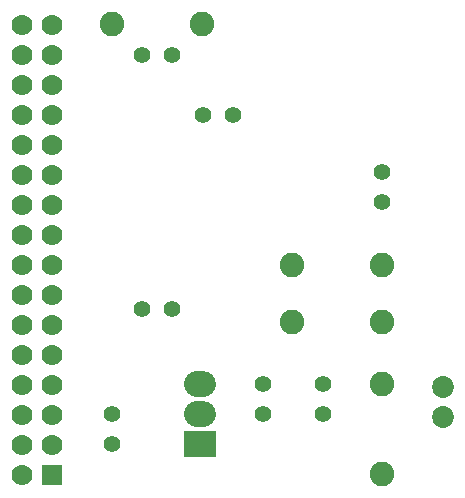
<source format=gbs>
G04 Layer: BottomSolderMaskLayer*
G04 EasyEDA v6.3.38, 2020-04-19T01:24:54+01:00*
G04 25926d0f09aa464bb59590b1fa944b2e,2ce125542fee449aab8aeb6989d11efb,10*
G04 Gerber Generator version 0.2*
G04 Scale: 100 percent, Rotated: No, Reflected: No *
G04 Dimensions in inches *
G04 leading zeros omitted , absolute positions ,2 integer and 4 decimal *
%FSLAX24Y24*%
%MOIN*%
G90*
G70D02*

%ADD24C,0.086740*%
%ADD25C,0.082000*%
%ADD26R,0.070000X0.070000*%
%ADD27C,0.070000*%
%ADD28C,0.073000*%
%ADD29C,0.055000*%

%LPD*%
G54D24*
G01X7101Y2750D02*
G01X7298Y2750D01*
G01X7101Y3750D02*
G01X7298Y3750D01*
G54D25*
G01X13250Y3750D03*
G01X13250Y750D03*
G01X10250Y5800D03*
G01X13250Y5800D03*
G01X4250Y15750D03*
G01X7250Y15750D03*
G01X10250Y7700D03*
G01X13250Y7700D03*
G54D26*
G01X2250Y700D03*
G54D27*
G01X1250Y700D03*
G01X2250Y1700D03*
G01X1250Y1700D03*
G01X2250Y2700D03*
G01X1250Y2700D03*
G01X2250Y3700D03*
G01X1250Y3700D03*
G01X2250Y4700D03*
G01X1250Y4700D03*
G01X2250Y5700D03*
G01X1250Y5700D03*
G01X2250Y6700D03*
G01X1250Y6700D03*
G01X2250Y7700D03*
G01X1250Y7700D03*
G01X2250Y8700D03*
G01X1250Y8700D03*
G01X2250Y9700D03*
G01X1250Y9700D03*
G01X2250Y10700D03*
G01X1250Y10700D03*
G01X2250Y11700D03*
G01X1250Y11700D03*
G01X2250Y12700D03*
G01X1250Y12700D03*
G01X2250Y13700D03*
G01X1250Y13700D03*
G01X2250Y14700D03*
G01X1250Y14700D03*
G01X2250Y15700D03*
G01X1250Y15700D03*
G54D28*
G01X15300Y2650D03*
G01X15300Y3650D03*
G54D29*
G01X4250Y2750D03*
G01X4250Y1750D03*
G01X9300Y2750D03*
G01X9300Y3750D03*
G01X11300Y2750D03*
G01X11300Y3750D03*
G01X6250Y6250D03*
G01X5250Y6250D03*
G01X13250Y10800D03*
G01X13250Y9800D03*
G01X7300Y12700D03*
G01X8300Y12700D03*
G01X5250Y14700D03*
G01X6250Y14700D03*
G36*
G01X6667Y1315D02*
G01X6667Y2184D01*
G01X7732Y2184D01*
G01X7732Y1315D01*
G01X6667Y1315D01*
G37*
M00*
M02*

</source>
